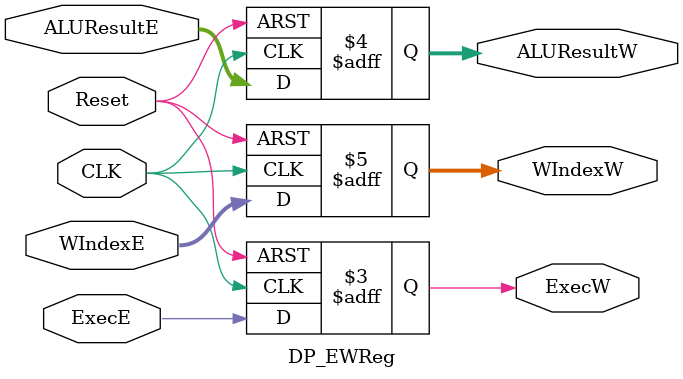
<source format=v>
module DP_EWReg(
    input CLK,
    input Reset,
    input ExecE,
    input [31:0] ALUResultE,
    input [2:0] WIndexE,
    output reg ExecW,
    output reg [31:0] ALUResultW,
    output reg [2:0] WIndexW
);

    initial begin
        ALUResultW = 0;
        WIndexW = 0;
        ExecW = 0;
    end


    always @(posedge CLK, posedge Reset) begin
        if (Reset) begin
            ALUResultW <= 0;
            WIndexW <= 0;
            ExecW <= 0;
        end
        else begin
            ALUResultW <= ALUResultE;
            WIndexW <= WIndexE;
            ExecW <= ExecE;
        end
    end


endmodule
</source>
